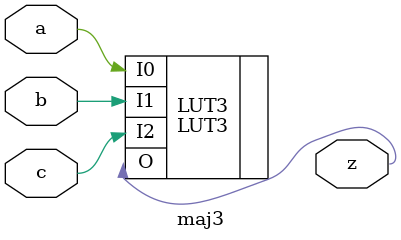
<source format=sv>

module maj3
(
	input logic a,
	input logic b,
	input logic c,
	output logic z
);

	LUT3 #(8'b11101000) LUT3(.O(z), .I0(a), .I1(b), .I2(c));

endmodule
</source>
